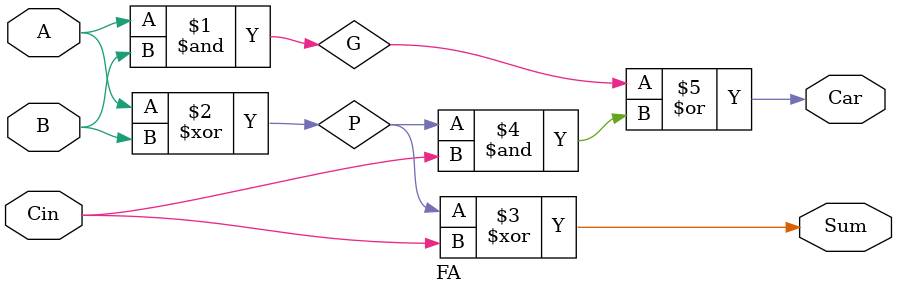
<source format=v>
`timescale 1ns/1ps

module FA(input A,B,Cin, output Sum,Car);
	wire G,P;
	assign G = A & B;
	assign P = A ^ B;
	assign Sum = P ^ Cin;
	assign Car = G | (P & Cin );
endmodule
</source>
